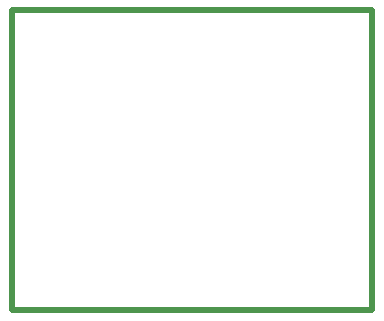
<source format=gko>
%FSLAX25Y25*%
%MOIN*%
G70*
G01*
G75*
G04 Layer_Color=16711935*
%ADD10C,0.02000*%
%ADD11R,0.05118X0.04134*%
%ADD12R,0.02756X0.03150*%
%ADD13R,0.01000X0.01000*%
%ADD14R,0.01575X0.03347*%
%ADD15R,0.03937X0.04331*%
%ADD16C,0.05000*%
%ADD17R,0.03543X0.03543*%
%ADD18R,0.03937X0.03937*%
%ADD19R,0.11024X0.02756*%
%ADD20R,0.03937X0.07874*%
%ADD21R,0.03150X0.02362*%
%ADD22R,0.02362X0.03150*%
%ADD23R,0.01000X0.01000*%
%ADD24R,0.03150X0.02756*%
%ADD25R,0.01969X0.01969*%
%ADD26R,0.01969X0.03937*%
%ADD27R,0.02658X0.00984*%
%ADD28R,0.00984X0.02658*%
%ADD29R,0.05000X0.12500*%
%ADD30O,0.01181X0.02559*%
%ADD31O,0.02559X0.01181*%
%ADD32R,0.14961X0.14961*%
%ADD33C,0.04000*%
%ADD34C,0.01200*%
%ADD35C,0.00500*%
%ADD36C,0.01000*%
%ADD37C,0.00800*%
%ADD38R,0.04500X0.04000*%
%ADD39R,0.05000X0.04000*%
%ADD40R,0.03000X0.05000*%
%ADD41R,0.06000X0.03000*%
%ADD42R,0.09000X0.04000*%
%ADD43R,0.04000X0.01000*%
%ADD44R,0.01000X0.04000*%
%ADD45R,0.03543X0.02598*%
%ADD46C,0.12000*%
%ADD47C,0.06000*%
%ADD48C,0.01600*%
%ADD49C,0.02000*%
%ADD50C,0.02598*%
%ADD51C,0.10000*%
%ADD52C,0.08000*%
%ADD53C,0.00984*%
%ADD54C,0.00591*%
%ADD55C,0.00787*%
%ADD56R,0.01369X0.01369*%
%ADD57R,0.33000X0.16000*%
%ADD58R,0.03000X0.01000*%
%ADD59R,0.01000X0.03000*%
%ADD60R,0.05918X0.04934*%
%ADD61R,0.03556X0.03950*%
%ADD62R,0.02375X0.04147*%
%ADD63R,0.04737X0.05131*%
%ADD64C,0.10000*%
%ADD65R,0.04343X0.04343*%
%ADD66R,0.04737X0.04737*%
%ADD67R,0.11824X0.03556*%
%ADD68R,0.04737X0.08674*%
%ADD69R,0.03950X0.03162*%
%ADD70R,0.03162X0.03950*%
%ADD71R,0.03950X0.03556*%
%ADD72R,0.02769X0.02769*%
%ADD73R,0.02769X0.04737*%
%ADD74R,0.03248X0.01575*%
%ADD75R,0.01575X0.03248*%
%ADD76R,0.05800X0.13300*%
%ADD77O,0.01981X0.03359*%
%ADD78O,0.03359X0.01981*%
%ADD79R,0.15761X0.15761*%
%ADD80C,0.04800*%
%ADD81C,0.06800*%
%ADD82C,0.02400*%
%ADD83C,0.02800*%
%ADD84C,0.03398*%
D10*
X120000Y0D02*
Y100000D01*
X0D02*
X120000D01*
X0Y0D02*
Y100000D01*
Y0D02*
X120000D01*
M02*

</source>
